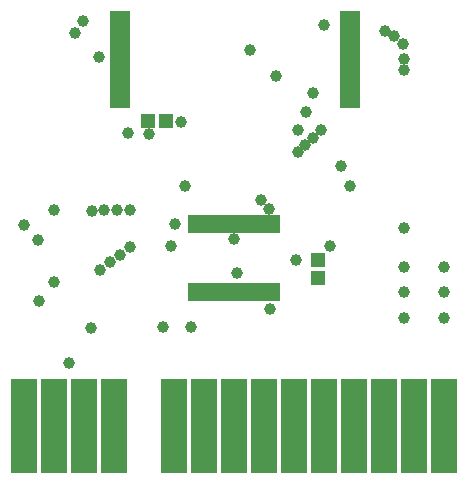
<source format=gbr>
G04 #@! TF.FileFunction,Soldermask,Top*
%FSLAX46Y46*%
G04 Gerber Fmt 4.6, Leading zero omitted, Abs format (unit mm)*
G04 Created by KiCad (PCBNEW 4.0.0-rc1-stable) date 20-08-2016 17:56:14*
%MOMM*%
G01*
G04 APERTURE LIST*
%ADD10C,0.100000*%
%ADD11R,2.178000X8.020000*%
%ADD12R,1.150000X1.200000*%
%ADD13R,1.200000X1.150000*%
%ADD14R,0.800000X1.500000*%
%ADD15R,1.670000X0.679400*%
%ADD16C,1.000000*%
G04 APERTURE END LIST*
D10*
D11*
X129540000Y-93980000D03*
X132080000Y-93980000D03*
X134620000Y-93980000D03*
X137160000Y-93980000D03*
X142240000Y-93980000D03*
X144780000Y-93980000D03*
X147320000Y-93980000D03*
X149860000Y-93980000D03*
X152400000Y-93980000D03*
X154940000Y-93980000D03*
X157480000Y-93980000D03*
X160020000Y-93980000D03*
X162560000Y-93980000D03*
X165100000Y-93980000D03*
D12*
X154450000Y-79950000D03*
X154450000Y-81450000D03*
D13*
X140075000Y-68175000D03*
X141575000Y-68175000D03*
D14*
X143745000Y-82606000D03*
X144395000Y-82606000D03*
X145045000Y-82606000D03*
X145695000Y-82606000D03*
X146345000Y-82606000D03*
X146995000Y-82606000D03*
X147645000Y-82606000D03*
X148295000Y-82606000D03*
X148945000Y-82606000D03*
X149595000Y-82606000D03*
X150245000Y-82606000D03*
X150895000Y-82606000D03*
X150895000Y-76906000D03*
X150245000Y-76906000D03*
X149595000Y-76906000D03*
X148945000Y-76906000D03*
X148295000Y-76906000D03*
X147645000Y-76906000D03*
X146995000Y-76906000D03*
X146345000Y-76906000D03*
X145695000Y-76906000D03*
X145045000Y-76906000D03*
X144395000Y-76906000D03*
X143745000Y-76906000D03*
D15*
X137668000Y-59182000D03*
X137668000Y-59690000D03*
X137668000Y-60172600D03*
X137668000Y-60680600D03*
X137668000Y-61188600D03*
X137668000Y-61671200D03*
X137668000Y-62179200D03*
X137668000Y-62687200D03*
X137668000Y-63169800D03*
X137668000Y-63677800D03*
X137668000Y-64185800D03*
X137668000Y-64693800D03*
X137668000Y-65176400D03*
X137668000Y-65684400D03*
X137668000Y-66192400D03*
X137668000Y-66675000D03*
X157099000Y-66675000D03*
X157099000Y-66167000D03*
X157099000Y-65684400D03*
X157099000Y-65176400D03*
X157099000Y-64668400D03*
X157099000Y-64185800D03*
X157099000Y-63677800D03*
X157099000Y-63169800D03*
X157099000Y-62687200D03*
X157099000Y-62179200D03*
X157099000Y-61671200D03*
X157099000Y-61163200D03*
X157099000Y-60680600D03*
X157099000Y-60172600D03*
X157099000Y-59664600D03*
X157099000Y-59182000D03*
D16*
X132050000Y-75700000D03*
X132080000Y-81788000D03*
X135960000Y-80750000D03*
X135330000Y-75730000D03*
X136280000Y-75720000D03*
X136820000Y-80120000D03*
X137690000Y-79470000D03*
X137410000Y-75710000D03*
X138490000Y-78810000D03*
X138500000Y-75680000D03*
X152730000Y-68920000D03*
X152710000Y-70790000D03*
X153370000Y-70160000D03*
X153380000Y-67380000D03*
X154000000Y-69550000D03*
X154010000Y-65820000D03*
X130746500Y-78232000D03*
X130810000Y-83375500D03*
X165100000Y-84836000D03*
X161671000Y-84836000D03*
X161671000Y-80518000D03*
X165100000Y-80518000D03*
X143150000Y-73650000D03*
X156400000Y-72000000D03*
X142850000Y-68200000D03*
X165100000Y-82600000D03*
X161700000Y-82600000D03*
X161700000Y-63860000D03*
X161680000Y-62870000D03*
X161600000Y-61640000D03*
X160900000Y-60990000D03*
X160110000Y-60530000D03*
X150400000Y-84100000D03*
X152600000Y-79925000D03*
X154900000Y-60000000D03*
X154650000Y-68900000D03*
X143700000Y-85600000D03*
X134550000Y-59700000D03*
X135200000Y-85650000D03*
X141300000Y-85600000D03*
X147574000Y-81026000D03*
X150900000Y-64300000D03*
X148700000Y-62100000D03*
X141986000Y-78740000D03*
X133850000Y-60700000D03*
X133350000Y-88646000D03*
X161671000Y-77216000D03*
X157099000Y-73660000D03*
X142319000Y-76906000D03*
X155450000Y-78725000D03*
X140100000Y-69225000D03*
X138325000Y-69200000D03*
X135900000Y-62700000D03*
X129560000Y-76950000D03*
X147325000Y-78175000D03*
X149606000Y-74803000D03*
X150241000Y-75628500D03*
M02*

</source>
